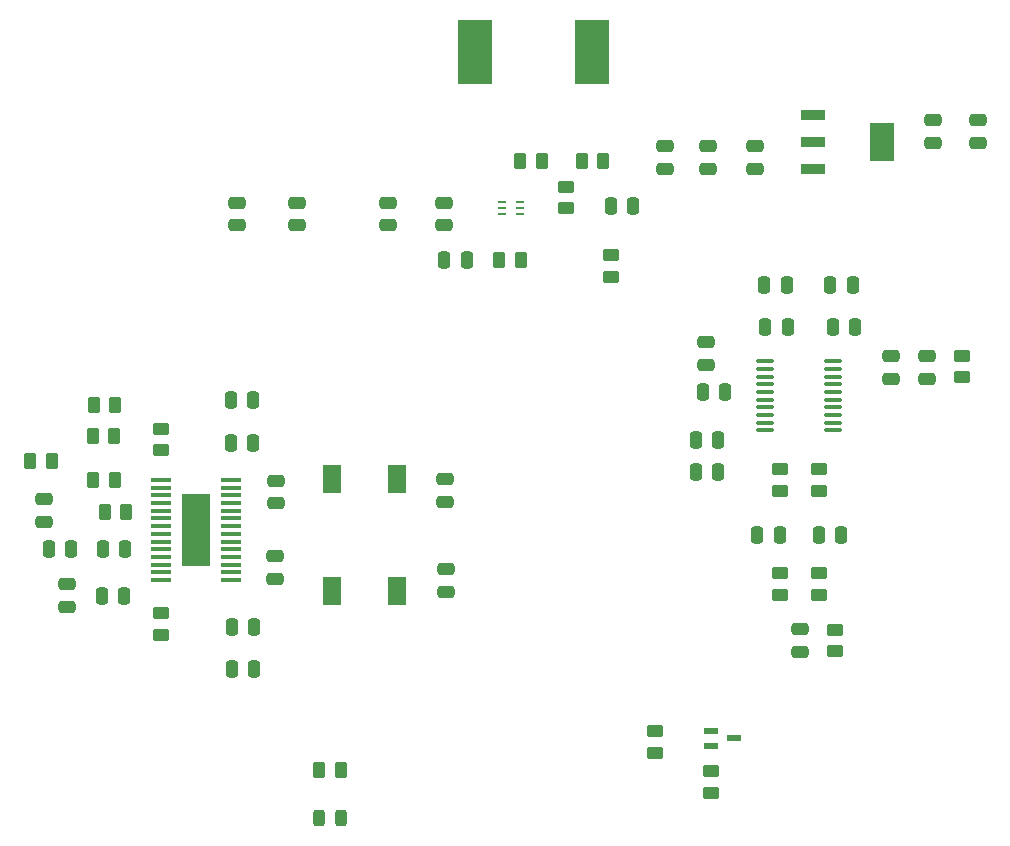
<source format=gbr>
%TF.GenerationSoftware,KiCad,Pcbnew,7.0.5*%
%TF.CreationDate,2024-08-13T10:45:48+03:00*%
%TF.ProjectId,Ateja_V4.1,4174656a-615f-4563-942e-312e6b696361,rev?*%
%TF.SameCoordinates,Original*%
%TF.FileFunction,Paste,Top*%
%TF.FilePolarity,Positive*%
%FSLAX46Y46*%
G04 Gerber Fmt 4.6, Leading zero omitted, Abs format (unit mm)*
G04 Created by KiCad (PCBNEW 7.0.5) date 2024-08-13 10:45:48*
%MOMM*%
%LPD*%
G01*
G04 APERTURE LIST*
G04 Aperture macros list*
%AMRoundRect*
0 Rectangle with rounded corners*
0 $1 Rounding radius*
0 $2 $3 $4 $5 $6 $7 $8 $9 X,Y pos of 4 corners*
0 Add a 4 corners polygon primitive as box body*
4,1,4,$2,$3,$4,$5,$6,$7,$8,$9,$2,$3,0*
0 Add four circle primitives for the rounded corners*
1,1,$1+$1,$2,$3*
1,1,$1+$1,$4,$5*
1,1,$1+$1,$6,$7*
1,1,$1+$1,$8,$9*
0 Add four rect primitives between the rounded corners*
20,1,$1+$1,$2,$3,$4,$5,0*
20,1,$1+$1,$4,$5,$6,$7,0*
20,1,$1+$1,$6,$7,$8,$9,0*
20,1,$1+$1,$8,$9,$2,$3,0*%
G04 Aperture macros list end*
%ADD10RoundRect,0.250000X0.250000X0.475000X-0.250000X0.475000X-0.250000X-0.475000X0.250000X-0.475000X0*%
%ADD11RoundRect,0.250000X0.262500X0.450000X-0.262500X0.450000X-0.262500X-0.450000X0.262500X-0.450000X0*%
%ADD12RoundRect,0.250000X0.475000X-0.250000X0.475000X0.250000X-0.475000X0.250000X-0.475000X-0.250000X0*%
%ADD13RoundRect,0.250000X0.450000X-0.262500X0.450000X0.262500X-0.450000X0.262500X-0.450000X-0.262500X0*%
%ADD14RoundRect,0.250000X-0.475000X0.250000X-0.475000X-0.250000X0.475000X-0.250000X0.475000X0.250000X0*%
%ADD15R,2.400000X6.170001*%
%ADD16R,1.778000X0.355600*%
%ADD17RoundRect,0.250000X-0.250000X-0.475000X0.250000X-0.475000X0.250000X0.475000X-0.250000X0.475000X0*%
%ADD18RoundRect,0.250000X-0.450000X0.262500X-0.450000X-0.262500X0.450000X-0.262500X0.450000X0.262500X0*%
%ADD19R,1.500000X2.400000*%
%ADD20RoundRect,0.030000X-0.545000X-0.220000X0.545000X-0.220000X0.545000X0.220000X-0.545000X0.220000X0*%
%ADD21R,2.150000X0.950000*%
%ADD22R,2.150000X3.250000*%
%ADD23RoundRect,0.100000X-0.637500X-0.100000X0.637500X-0.100000X0.637500X0.100000X-0.637500X0.100000X0*%
%ADD24RoundRect,0.250000X-0.262500X-0.450000X0.262500X-0.450000X0.262500X0.450000X-0.262500X0.450000X0*%
%ADD25R,0.711200X0.228600*%
%ADD26R,2.900000X5.400000*%
%ADD27RoundRect,0.243750X-0.243750X-0.456250X0.243750X-0.456250X0.243750X0.456250X-0.243750X0.456250X0*%
G04 APERTURE END LIST*
%TO.C,U4*%
G36*
X36053200Y-63935074D02*
G01*
X33853200Y-63935074D01*
X33853200Y-62592574D01*
X36053200Y-62592574D01*
X36053200Y-63935074D01*
G37*
G36*
X36053200Y-62392574D02*
G01*
X33853200Y-62392574D01*
X33853200Y-61050074D01*
X36053200Y-61050074D01*
X36053200Y-62392574D01*
G37*
G36*
X36053200Y-60850074D02*
G01*
X33853200Y-60850074D01*
X33853200Y-59507574D01*
X36053200Y-59507574D01*
X36053200Y-60850074D01*
G37*
G36*
X36053200Y-59307574D02*
G01*
X33853200Y-59307574D01*
X33853200Y-57965074D01*
X36053200Y-57965074D01*
X36053200Y-59307574D01*
G37*
%TD*%
D10*
%TO.C,C22*%
X89550000Y-61400000D03*
X87650000Y-61400000D03*
%TD*%
%TO.C,C20*%
X79750000Y-49300000D03*
X77850000Y-49300000D03*
%TD*%
D11*
%TO.C,R3*%
X62412500Y-38100000D03*
X60587500Y-38100000D03*
%TD*%
D12*
%TO.C,C33*%
X56025000Y-58575000D03*
X56025000Y-56675000D03*
%TD*%
D10*
%TO.C,C36*%
X28850000Y-66500000D03*
X26950000Y-66500000D03*
%TD*%
D13*
%TO.C,R4*%
X70100000Y-39512500D03*
X70100000Y-37687500D03*
%TD*%
D14*
%TO.C,C24*%
X22100000Y-60250000D03*
X22100000Y-58350000D03*
%TD*%
D12*
%TO.C,C10*%
X74600000Y-30350000D03*
X74600000Y-28450000D03*
%TD*%
D11*
%TO.C,R19*%
X47212500Y-81300000D03*
X45387500Y-81300000D03*
%TD*%
D15*
%TO.C,U4*%
X34953200Y-60950074D03*
D16*
X37925000Y-56725000D03*
X37925000Y-57375011D03*
X37925000Y-58025023D03*
X37925000Y-58675034D03*
X37925000Y-59325046D03*
X37925000Y-59975057D03*
X37925000Y-60625068D03*
X37925000Y-61275080D03*
X37925000Y-61925091D03*
X37925000Y-62575102D03*
X37925000Y-63225114D03*
X37925000Y-63875125D03*
X37925000Y-64525137D03*
X37925000Y-65175148D03*
X31981400Y-65175148D03*
X31981400Y-64525137D03*
X31981400Y-63875125D03*
X31981400Y-63225114D03*
X31981400Y-62575102D03*
X31981400Y-61925091D03*
X31981400Y-61275080D03*
X31981400Y-60625068D03*
X31981400Y-59975057D03*
X31981400Y-59325046D03*
X31981400Y-58675034D03*
X31981400Y-58025023D03*
X31981400Y-57375011D03*
X31981400Y-56725000D03*
%TD*%
D12*
%TO.C,C4*%
X97300000Y-28150000D03*
X97300000Y-26250000D03*
%TD*%
D17*
%TO.C,C37*%
X27050000Y-62600000D03*
X28950000Y-62600000D03*
%TD*%
D14*
%TO.C,C2*%
X55900000Y-33250000D03*
X55900000Y-35150000D03*
%TD*%
D11*
%TO.C,R14*%
X29012500Y-59400000D03*
X27187500Y-59400000D03*
%TD*%
D18*
%TO.C,R11*%
X32000000Y-69812500D03*
X32000000Y-67987500D03*
%TD*%
D17*
%TO.C,C27*%
X37875000Y-53625000D03*
X39775000Y-53625000D03*
%TD*%
D14*
%TO.C,C7*%
X38400000Y-33250000D03*
X38400000Y-35150000D03*
%TD*%
D17*
%TO.C,C26*%
X37875000Y-49925000D03*
X39775000Y-49925000D03*
%TD*%
D13*
%TO.C,R9*%
X84400000Y-66412500D03*
X84400000Y-64587500D03*
%TD*%
D17*
%TO.C,C38*%
X24350000Y-62600000D03*
X22450000Y-62600000D03*
%TD*%
D13*
%TO.C,R7*%
X84400000Y-57612500D03*
X84400000Y-55787500D03*
%TD*%
%TO.C,R21*%
X78500000Y-83212500D03*
X78500000Y-81387500D03*
%TD*%
D12*
%TO.C,C14*%
X96800000Y-48150000D03*
X96800000Y-46250000D03*
%TD*%
D10*
%TO.C,C21*%
X84350000Y-61400000D03*
X82450000Y-61400000D03*
%TD*%
D17*
%TO.C,C30*%
X37975000Y-69125000D03*
X39875000Y-69125000D03*
%TD*%
D19*
%TO.C,L3*%
X46475000Y-66125000D03*
X51975000Y-66125000D03*
%TD*%
D11*
%TO.C,R13*%
X28012500Y-53000000D03*
X26187500Y-53000000D03*
%TD*%
D13*
%TO.C,R6*%
X87700000Y-57612500D03*
X87700000Y-55787500D03*
%TD*%
D10*
%TO.C,C5*%
X79150000Y-53300000D03*
X77250000Y-53300000D03*
%TD*%
D18*
%TO.C,R20*%
X99800000Y-46187500D03*
X99800000Y-48012500D03*
%TD*%
D12*
%TO.C,C11*%
X82300000Y-30350000D03*
X82300000Y-28450000D03*
%TD*%
D17*
%TO.C,C18*%
X83050000Y-40200000D03*
X84950000Y-40200000D03*
%TD*%
D20*
%TO.C,Q1*%
X78520000Y-77950000D03*
X78520000Y-79250000D03*
X80480000Y-78600000D03*
%TD*%
D21*
%TO.C,U2*%
X87200000Y-25800000D03*
X87200000Y-28100000D03*
X87200000Y-30400000D03*
D22*
X93000000Y-28100000D03*
%TD*%
D23*
%TO.C,U3*%
X83137500Y-46675000D03*
X83137500Y-47325000D03*
X83137500Y-47975000D03*
X83137500Y-48625000D03*
X83137500Y-49275000D03*
X83137500Y-49925000D03*
X83137500Y-50575000D03*
X83137500Y-51225000D03*
X83137500Y-51875000D03*
X83137500Y-52525000D03*
X88862500Y-52525000D03*
X88862500Y-51875000D03*
X88862500Y-51225000D03*
X88862500Y-50575000D03*
X88862500Y-49925000D03*
X88862500Y-49275000D03*
X88862500Y-48625000D03*
X88862500Y-47975000D03*
X88862500Y-47325000D03*
X88862500Y-46675000D03*
%TD*%
D17*
%TO.C,C29*%
X37975000Y-72725000D03*
X39875000Y-72725000D03*
%TD*%
D14*
%TO.C,C23*%
X43500000Y-33250000D03*
X43500000Y-35150000D03*
%TD*%
D17*
%TO.C,C8*%
X70050000Y-33500000D03*
X71950000Y-33500000D03*
%TD*%
D12*
%TO.C,C12*%
X93800000Y-48150000D03*
X93800000Y-46250000D03*
%TD*%
D11*
%TO.C,R10*%
X28112500Y-50400000D03*
X26287500Y-50400000D03*
%TD*%
D17*
%TO.C,C17*%
X83150000Y-43800000D03*
X85050000Y-43800000D03*
%TD*%
%TO.C,C6*%
X55950000Y-38100000D03*
X57850000Y-38100000D03*
%TD*%
D24*
%TO.C,R2*%
X62387500Y-29700000D03*
X64212500Y-29700000D03*
%TD*%
D14*
%TO.C,C31*%
X41725000Y-56775000D03*
X41725000Y-58675000D03*
%TD*%
D18*
%TO.C,R1*%
X66300000Y-33712500D03*
X66300000Y-31887500D03*
%TD*%
%TO.C,R17*%
X89000000Y-69387500D03*
X89000000Y-71212500D03*
%TD*%
D13*
%TO.C,R18*%
X73800000Y-79812500D03*
X73800000Y-77987500D03*
%TD*%
D12*
%TO.C,C32*%
X41625000Y-65075000D03*
X41625000Y-63175000D03*
%TD*%
%TO.C,C34*%
X56125000Y-66175000D03*
X56125000Y-64275000D03*
%TD*%
D25*
%TO.C,U1*%
X62400100Y-33200001D03*
X62400100Y-33700000D03*
X62400100Y-34199999D03*
X60799900Y-34199999D03*
X60799900Y-33700000D03*
X60799900Y-33200001D03*
%TD*%
D17*
%TO.C,C13*%
X90750000Y-43800000D03*
X88850000Y-43800000D03*
%TD*%
D26*
%TO.C,L1*%
X58550000Y-20500000D03*
X68450000Y-20500000D03*
%TD*%
D19*
%TO.C,L2*%
X46475000Y-56625000D03*
X51975000Y-56625000D03*
%TD*%
D12*
%TO.C,C9*%
X78300000Y-30350000D03*
X78300000Y-28450000D03*
%TD*%
%TO.C,C3*%
X101100000Y-28150000D03*
X101100000Y-26250000D03*
%TD*%
D11*
%TO.C,R16*%
X22712500Y-55100000D03*
X20887500Y-55100000D03*
%TD*%
D27*
%TO.C,D1*%
X45362500Y-85300000D03*
X47237500Y-85300000D03*
%TD*%
D10*
%TO.C,C16*%
X79150000Y-56000000D03*
X77250000Y-56000000D03*
%TD*%
D24*
%TO.C,R5*%
X67587500Y-29700000D03*
X69412500Y-29700000D03*
%TD*%
%TO.C,R12*%
X26212500Y-56725000D03*
X28037500Y-56725000D03*
%TD*%
D14*
%TO.C,C39*%
X86100000Y-69350000D03*
X86100000Y-71250000D03*
%TD*%
D13*
%TO.C,R8*%
X87700000Y-66412500D03*
X87700000Y-64587500D03*
%TD*%
D14*
%TO.C,C19*%
X78100000Y-45050000D03*
X78100000Y-46950000D03*
%TD*%
%TO.C,C35*%
X24000000Y-65550000D03*
X24000000Y-67450000D03*
%TD*%
D17*
%TO.C,C15*%
X90550000Y-40200000D03*
X88650000Y-40200000D03*
%TD*%
D18*
%TO.C,R22*%
X32000000Y-52387500D03*
X32000000Y-54212500D03*
%TD*%
D14*
%TO.C,C1*%
X51200000Y-33250000D03*
X51200000Y-35150000D03*
%TD*%
M02*

</source>
